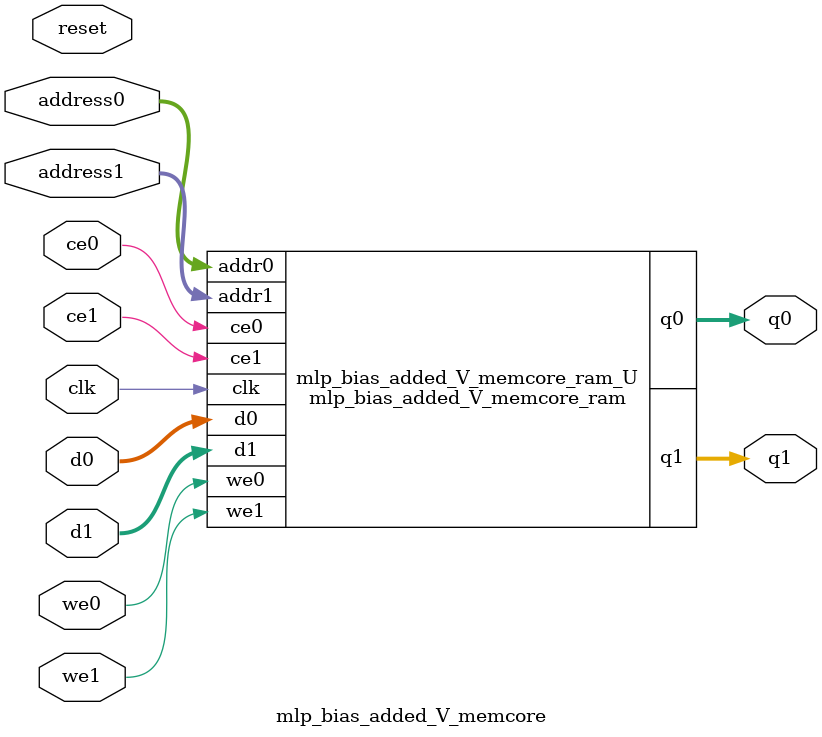
<source format=v>

`timescale 1 ns / 1 ps
module mlp_bias_added_V_memcore_ram (addr0, ce0, d0, we0, q0, addr1, ce1, d1, we1, q1,  clk);

parameter DWIDTH = 18;
parameter AWIDTH = 10;
parameter MEM_SIZE = 802;

input[AWIDTH-1:0] addr0;
input ce0;
input[DWIDTH-1:0] d0;
input we0;
output reg[DWIDTH-1:0] q0;
input[AWIDTH-1:0] addr1;
input ce1;
input[DWIDTH-1:0] d1;
input we1;
output reg[DWIDTH-1:0] q1;
input clk;

(* ram_style = "block" *)reg [DWIDTH-1:0] ram[0:MEM_SIZE-1];




always @(posedge clk)  
begin 
    if (ce0) 
    begin
        if (we0) 
        begin 
            ram[addr0] <= d0; 
            q0 <= d0;
        end 
        else 
            q0 <= ram[addr0];
    end
end


always @(posedge clk)  
begin 
    if (ce1) 
    begin
        if (we1) 
        begin 
            ram[addr1] <= d1; 
            q1 <= d1;
        end 
        else 
            q1 <= ram[addr1];
    end
end


endmodule


`timescale 1 ns / 1 ps
module mlp_bias_added_V_memcore(
    reset,
    clk,
    address0,
    ce0,
    we0,
    d0,
    q0,
    address1,
    ce1,
    we1,
    d1,
    q1);

parameter DataWidth = 32'd18;
parameter AddressRange = 32'd802;
parameter AddressWidth = 32'd10;
input reset;
input clk;
input[AddressWidth - 1:0] address0;
input ce0;
input we0;
input[DataWidth - 1:0] d0;
output[DataWidth - 1:0] q0;
input[AddressWidth - 1:0] address1;
input ce1;
input we1;
input[DataWidth - 1:0] d1;
output[DataWidth - 1:0] q1;



mlp_bias_added_V_memcore_ram mlp_bias_added_V_memcore_ram_U(
    .clk( clk ),
    .addr0( address0 ),
    .ce0( ce0 ),
    .we0( we0 ),
    .d0( d0 ),
    .q0( q0 ),
    .addr1( address1 ),
    .ce1( ce1 ),
    .we1( we1 ),
    .d1( d1 ),
    .q1( q1 ));

endmodule


</source>
